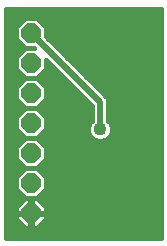
<source format=gbl>
G75*
G70*
%OFA0B0*%
%FSLAX24Y24*%
%IPPOS*%
%LPD*%
%AMOC8*
5,1,8,0,0,1.08239X$1,22.5*
%
%ADD10OC8,0.0640*%
%ADD11C,0.0160*%
%ADD12C,0.0400*%
%ADD13C,0.0436*%
%ADD14C,0.0200*%
D10*
X003530Y001181D03*
X003530Y002181D03*
X003530Y003181D03*
X003530Y004181D03*
X003530Y005181D03*
X003530Y006181D03*
X003530Y007181D03*
D11*
X002710Y000361D02*
X007850Y000361D01*
X007850Y008001D01*
X002710Y008001D01*
X002710Y000361D01*
X002710Y000499D02*
X007850Y000499D01*
X007850Y000657D02*
X002710Y000657D01*
X002710Y000816D02*
X003188Y000816D01*
X003323Y000681D02*
X003030Y000974D01*
X002710Y000974D01*
X002710Y001133D02*
X003030Y001133D01*
X003030Y001161D02*
X003030Y000974D01*
X003030Y001161D02*
X003509Y001161D01*
X003509Y001201D01*
X003030Y001201D01*
X003030Y001389D01*
X003323Y001681D01*
X003510Y001681D01*
X003510Y001202D01*
X003550Y001202D01*
X003550Y001681D01*
X003737Y001681D01*
X004030Y001389D01*
X004030Y001201D01*
X003550Y001201D01*
X003550Y001161D01*
X003550Y000681D01*
X003737Y000681D01*
X004030Y000974D01*
X004030Y001161D01*
X003550Y001161D01*
X003510Y001161D01*
X003510Y000681D01*
X003323Y000681D01*
X003510Y000816D02*
X003550Y000816D01*
X003550Y000974D02*
X003510Y000974D01*
X003510Y001133D02*
X003550Y001133D01*
X003550Y001291D02*
X003510Y001291D01*
X003510Y001450D02*
X003550Y001450D01*
X003550Y001608D02*
X003510Y001608D01*
X003323Y001681D02*
X003737Y001681D01*
X004030Y001974D01*
X004030Y002389D01*
X003737Y002681D01*
X003323Y002681D01*
X003030Y002389D01*
X003030Y001974D01*
X003323Y001681D01*
X003250Y001608D02*
X002710Y001608D01*
X002710Y001450D02*
X003091Y001450D01*
X003030Y001291D02*
X002710Y001291D01*
X002710Y001767D02*
X003237Y001767D01*
X003079Y001925D02*
X002710Y001925D01*
X002710Y002084D02*
X003030Y002084D01*
X003030Y002242D02*
X002710Y002242D01*
X002710Y002401D02*
X003042Y002401D01*
X003201Y002560D02*
X002710Y002560D01*
X002710Y002718D02*
X003286Y002718D01*
X003323Y002681D02*
X003737Y002681D01*
X004030Y002974D01*
X004030Y003389D01*
X003737Y003681D01*
X003323Y003681D01*
X003030Y003389D01*
X003030Y002974D01*
X003323Y002681D01*
X003127Y002877D02*
X002710Y002877D01*
X002710Y003035D02*
X003030Y003035D01*
X003030Y003194D02*
X002710Y003194D01*
X002710Y003352D02*
X003030Y003352D01*
X003152Y003511D02*
X002710Y003511D01*
X002710Y003669D02*
X003311Y003669D01*
X003323Y003681D02*
X003737Y003681D01*
X004030Y003974D01*
X004030Y004389D01*
X003737Y004681D01*
X003323Y004681D01*
X003030Y004389D01*
X003030Y003974D01*
X003323Y003681D01*
X003176Y003828D02*
X002710Y003828D01*
X002710Y003986D02*
X003030Y003986D01*
X003030Y004145D02*
X002710Y004145D01*
X002710Y004304D02*
X003030Y004304D01*
X003103Y004462D02*
X002710Y004462D01*
X002710Y004621D02*
X003262Y004621D01*
X003323Y004681D02*
X003737Y004681D01*
X004030Y004974D01*
X004030Y005389D01*
X003737Y005681D01*
X003323Y005681D01*
X003030Y005389D01*
X003030Y004974D01*
X003323Y004681D01*
X003225Y004779D02*
X002710Y004779D01*
X002710Y004938D02*
X003066Y004938D01*
X003030Y005096D02*
X002710Y005096D01*
X002710Y005255D02*
X003030Y005255D01*
X003055Y005413D02*
X002710Y005413D01*
X002710Y005572D02*
X003213Y005572D01*
X003323Y005681D02*
X003737Y005681D01*
X004030Y005974D01*
X004030Y006286D01*
X005550Y004765D01*
X005550Y004264D01*
X005492Y004207D01*
X005432Y004061D01*
X005432Y003902D01*
X005492Y003756D01*
X005604Y003644D01*
X005751Y003583D01*
X005909Y003583D01*
X006055Y003644D01*
X006167Y003756D01*
X006228Y003902D01*
X006228Y004061D01*
X006167Y004207D01*
X006110Y004264D01*
X006110Y004826D01*
X006110Y004937D01*
X006067Y005040D01*
X004030Y007077D01*
X004030Y007389D01*
X003737Y007681D01*
X003323Y007681D01*
X003030Y007389D01*
X003030Y006974D01*
X003323Y006681D01*
X003030Y006389D01*
X003030Y005974D01*
X003323Y005681D01*
X003274Y005730D02*
X002710Y005730D01*
X002710Y005889D02*
X003115Y005889D01*
X003030Y006048D02*
X002710Y006048D01*
X002710Y006206D02*
X003030Y006206D01*
X003030Y006365D02*
X002710Y006365D01*
X002710Y006523D02*
X003164Y006523D01*
X003323Y006681D02*
X003634Y006681D01*
X003634Y006681D01*
X003323Y006681D01*
X003322Y006682D02*
X002710Y006682D01*
X002710Y006840D02*
X003164Y006840D01*
X003030Y006999D02*
X002710Y006999D01*
X002710Y007157D02*
X003030Y007157D01*
X003030Y007316D02*
X002710Y007316D01*
X002710Y007474D02*
X003116Y007474D01*
X003274Y007633D02*
X002710Y007633D01*
X002710Y007791D02*
X007850Y007791D01*
X007850Y007633D02*
X003785Y007633D01*
X003944Y007474D02*
X007850Y007474D01*
X007850Y007316D02*
X004030Y007316D01*
X004030Y007157D02*
X007850Y007157D01*
X007850Y006999D02*
X004108Y006999D01*
X004267Y006840D02*
X007850Y006840D01*
X007850Y006682D02*
X004425Y006682D01*
X004584Y006523D02*
X007850Y006523D01*
X007850Y006365D02*
X004742Y006365D01*
X004901Y006206D02*
X007850Y006206D01*
X007850Y006048D02*
X005060Y006048D01*
X005218Y005889D02*
X007850Y005889D01*
X007850Y005730D02*
X005377Y005730D01*
X005535Y005572D02*
X007850Y005572D01*
X007850Y005413D02*
X005694Y005413D01*
X005852Y005255D02*
X007850Y005255D01*
X007850Y005096D02*
X006011Y005096D01*
X006109Y004938D02*
X007850Y004938D01*
X007850Y004779D02*
X006110Y004779D01*
X006110Y004621D02*
X007850Y004621D01*
X007850Y004462D02*
X006110Y004462D01*
X006110Y004304D02*
X007850Y004304D01*
X007850Y004145D02*
X006193Y004145D01*
X006228Y003986D02*
X007850Y003986D01*
X007850Y003828D02*
X006197Y003828D01*
X006081Y003669D02*
X007850Y003669D01*
X007850Y003511D02*
X003907Y003511D01*
X004030Y003352D02*
X007850Y003352D01*
X007850Y003194D02*
X004030Y003194D01*
X004030Y003035D02*
X007850Y003035D01*
X007850Y002877D02*
X003932Y002877D01*
X003774Y002718D02*
X007850Y002718D01*
X007850Y002560D02*
X003859Y002560D01*
X004017Y002401D02*
X007850Y002401D01*
X007850Y002242D02*
X004030Y002242D01*
X004030Y002084D02*
X007850Y002084D01*
X007850Y001925D02*
X003981Y001925D01*
X003822Y001767D02*
X007850Y001767D01*
X007850Y001608D02*
X003810Y001608D01*
X003968Y001450D02*
X007850Y001450D01*
X007850Y001291D02*
X004030Y001291D01*
X004030Y001133D02*
X007850Y001133D01*
X007850Y000974D02*
X004030Y000974D01*
X003871Y000816D02*
X007850Y000816D01*
X005579Y003669D02*
X003749Y003669D01*
X003883Y003828D02*
X005462Y003828D01*
X005432Y003986D02*
X004030Y003986D01*
X004030Y004145D02*
X005467Y004145D01*
X005550Y004304D02*
X004030Y004304D01*
X003956Y004462D02*
X005550Y004462D01*
X005550Y004621D02*
X003798Y004621D01*
X003835Y004779D02*
X005536Y004779D01*
X005377Y004938D02*
X003993Y004938D01*
X004030Y005096D02*
X005219Y005096D01*
X005060Y005255D02*
X004030Y005255D01*
X004005Y005413D02*
X004902Y005413D01*
X004743Y005572D02*
X003846Y005572D01*
X003786Y005730D02*
X004585Y005730D01*
X004426Y005889D02*
X003944Y005889D01*
X004030Y006048D02*
X004268Y006048D01*
X004109Y006206D02*
X004030Y006206D01*
X002710Y007950D02*
X007850Y007950D01*
D12*
X004230Y005681D03*
D13*
X005830Y003981D03*
D14*
X005830Y004881D01*
X003530Y007181D01*
M02*

</source>
